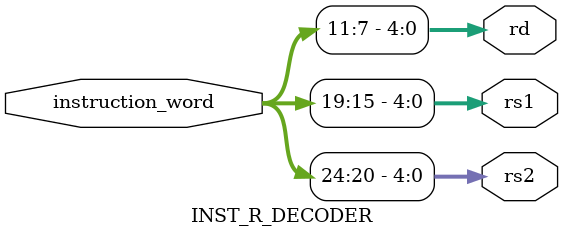
<source format=v>
/*
This module can perform instruction decoding for all R-type instructions
The module outputs the register addresses after decoding
*/

module INST_R_DECODER (
    input[31:0] instruction_word,
    output reg[4:0] rs2,
    output reg[4:0] rs1,
    output reg[4:0] rd
);

    always@(instruction_word)
        begin
            rs2 = instruction_word[24:20];
            rs1 = instruction_word[19:15];
            rd = instruction_word[11:7];
        end
    
endmodule
</source>
